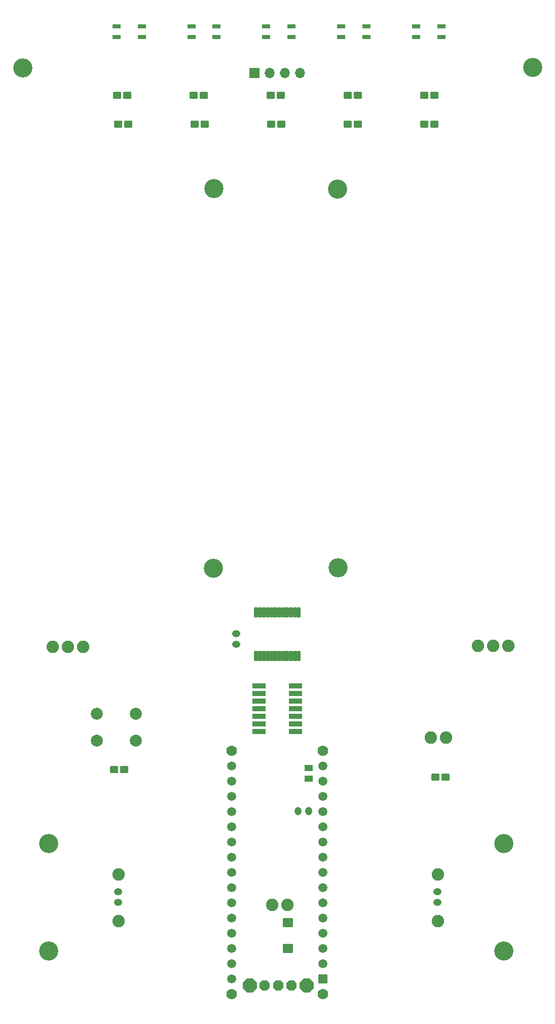
<source format=gbr>
%TF.GenerationSoftware,KiCad,Pcbnew,7.0.7*%
%TF.CreationDate,2024-02-03T16:57:13+08:00*%
%TF.ProjectId,lekirbot,6c656b69-7262-46f7-942e-6b696361645f,rev?*%
%TF.SameCoordinates,Original*%
%TF.FileFunction,Soldermask,Bot*%
%TF.FilePolarity,Negative*%
%FSLAX46Y46*%
G04 Gerber Fmt 4.6, Leading zero omitted, Abs format (unit mm)*
G04 Created by KiCad (PCBNEW 7.0.7) date 2024-02-03 16:57:13*
%MOMM*%
%LPD*%
G01*
G04 APERTURE LIST*
G04 Aperture macros list*
%AMRoundRect*
0 Rectangle with rounded corners*
0 $1 Rounding radius*
0 $2 $3 $4 $5 $6 $7 $8 $9 X,Y pos of 4 corners*
0 Add a 4 corners polygon primitive as box body*
4,1,4,$2,$3,$4,$5,$6,$7,$8,$9,$2,$3,0*
0 Add four circle primitives for the rounded corners*
1,1,$1+$1,$2,$3*
1,1,$1+$1,$4,$5*
1,1,$1+$1,$6,$7*
1,1,$1+$1,$8,$9*
0 Add four rect primitives between the rounded corners*
20,1,$1+$1,$2,$3,$4,$5,0*
20,1,$1+$1,$4,$5,$6,$7,0*
20,1,$1+$1,$6,$7,$8,$9,0*
20,1,$1+$1,$8,$9,$2,$3,0*%
%AMFreePoly0*
4,1,25,0.375350,0.844196,0.387473,0.833842,0.833842,0.387473,0.862349,0.331525,0.863600,0.315631,0.863600,-0.315631,0.844196,-0.375350,0.833842,-0.387473,0.387473,-0.833842,0.331525,-0.862349,0.315631,-0.863600,-0.315631,-0.863600,-0.375350,-0.844196,-0.387473,-0.833842,-0.833842,-0.387473,-0.862349,-0.331525,-0.863600,-0.315631,-0.863600,0.315631,-0.844196,0.375350,-0.833842,0.387473,
-0.387473,0.833842,-0.331525,0.862349,-0.315631,0.863600,0.315631,0.863600,0.375350,0.844196,0.375350,0.844196,$1*%
%AMFreePoly1*
4,1,25,0.501602,1.148996,0.513725,1.138642,1.138642,0.513725,1.167149,0.457777,1.168400,0.441883,1.168400,-0.441883,1.148996,-0.501602,1.138642,-0.513725,0.513725,-1.138642,0.457777,-1.167149,0.441883,-1.168400,-0.441883,-1.168400,-0.501602,-1.148996,-0.513725,-1.138642,-1.138642,-0.513725,-1.167149,-0.457777,-1.168400,-0.441883,-1.168400,0.441883,-1.148996,0.501602,-1.138642,0.513725,
-0.513725,1.138642,-0.457777,1.167149,-0.441883,1.168400,0.441883,1.168400,0.501602,1.148996,0.501602,1.148996,$1*%
G04 Aperture macros list end*
%ADD10R,1.700000X1.700000*%
%ADD11O,1.700000X1.700000*%
%ADD12C,3.200000*%
%ADD13C,2.082800*%
%ADD14C,2.000000*%
%ADD15C,1.778000*%
%ADD16RoundRect,0.101600X0.654000X-0.654000X0.654000X0.654000X-0.654000X0.654000X-0.654000X-0.654000X0*%
%ADD17C,1.511200*%
%ADD18FreePoly0,90.000000*%
%ADD19FreePoly1,90.000000*%
%ADD20RoundRect,0.460960X0.190640X0.089840X-0.190640X0.089840X-0.190640X-0.089840X0.190640X-0.089840X0*%
%ADD21RoundRect,0.101600X0.609600X0.266700X-0.609600X0.266700X-0.609600X-0.266700X0.609600X-0.266700X0*%
%ADD22RoundRect,0.101600X0.735000X-0.635000X0.735000X0.635000X-0.735000X0.635000X-0.735000X-0.635000X0*%
%ADD23RoundRect,0.101600X-0.735000X0.635000X-0.735000X-0.635000X0.735000X-0.635000X0.735000X0.635000X0*%
%ADD24RoundRect,0.101600X0.550000X0.500000X-0.550000X0.500000X-0.550000X-0.500000X0.550000X-0.500000X0*%
%ADD25RoundRect,0.101600X-0.600000X0.400000X-0.600000X-0.400000X0.600000X-0.400000X0.600000X0.400000X0*%
%ADD26RoundRect,0.460960X-0.190640X-0.089840X0.190640X-0.089840X0.190640X0.089840X-0.190640X0.089840X0*%
%ADD27RoundRect,0.101600X-0.200000X-0.750000X0.200000X-0.750000X0.200000X0.750000X-0.200000X0.750000X0*%
%ADD28RoundRect,0.101600X-0.550000X-0.500000X0.550000X-0.500000X0.550000X0.500000X-0.550000X0.500000X0*%
%ADD29RoundRect,0.460960X-0.089840X0.190640X-0.089840X-0.190640X0.089840X-0.190640X0.089840X0.190640X0*%
%ADD30RoundRect,0.101600X1.016000X-0.330200X1.016000X0.330200X-1.016000X0.330200X-1.016000X-0.330200X0*%
G04 APERTURE END LIST*
D10*
%TO.C,J3*%
X80620000Y-32080000D03*
D11*
X83160000Y-32080000D03*
X85700000Y-32080000D03*
X88240000Y-32080000D03*
%TD*%
D12*
%TO.C,H3*%
X46240700Y-178734600D03*
%TD*%
D13*
%TO.C,J1*%
X122987200Y-127736400D03*
X120447200Y-127736400D03*
X117907200Y-127736400D03*
%TD*%
%TO.C,M1A0*%
X57912000Y-165945700D03*
%TD*%
%TO.C,J2*%
X51968800Y-127914200D03*
X49428800Y-127914200D03*
X46888800Y-127914200D03*
%TD*%
D12*
%TO.C,H4*%
X46240700Y-160776800D03*
%TD*%
D14*
%TO.C,SW1*%
X54308000Y-139086000D03*
X60808000Y-139086000D03*
X54308000Y-143586000D03*
X60808000Y-143586000D03*
%TD*%
D12*
%TO.C,H5*%
X127051200Y-31165600D03*
%TD*%
D13*
%TO.C,LDR0*%
X110084000Y-143078000D03*
X112624000Y-143078000D03*
%TD*%
%TO.C,BATT0*%
X86081000Y-171018000D03*
X83541000Y-171018000D03*
%TD*%
D15*
%TO.C,ARDUINO_NANO1*%
X76810000Y-185928000D03*
X92050000Y-185928000D03*
X76810000Y-145288000D03*
X92050000Y-145288000D03*
D16*
X92050000Y-183388000D03*
D17*
X92050000Y-180848000D03*
X92050000Y-178308000D03*
X92050000Y-175768000D03*
X92050000Y-173228000D03*
X92050000Y-170688000D03*
X92050000Y-168148000D03*
X92050000Y-165608000D03*
X92050000Y-163068000D03*
X92050000Y-160528000D03*
X92050000Y-157988000D03*
X92050000Y-155448000D03*
X92050000Y-152908000D03*
X92050000Y-150368000D03*
X92050000Y-147828000D03*
X76810000Y-147828000D03*
X76810000Y-150368000D03*
X76810000Y-152908000D03*
X76810000Y-155448000D03*
X76810000Y-157988000D03*
X76810000Y-160528000D03*
X76810000Y-163068000D03*
X76810000Y-165608000D03*
X76810000Y-168148000D03*
X76810000Y-170688000D03*
X76810000Y-173228000D03*
X76810000Y-175768000D03*
X76810000Y-178308000D03*
X76810000Y-180848000D03*
X76810000Y-183388000D03*
%TD*%
D12*
%TO.C,H8*%
X73812800Y-51358600D03*
%TD*%
D18*
%TO.C,S2X0*%
X82334500Y-184480000D03*
X84557000Y-184480000D03*
X86779500Y-184480000D03*
D19*
X79807000Y-184492500D03*
X89307000Y-184467500D03*
%TD*%
D13*
%TO.C,M1B0*%
X57912000Y-173692700D03*
%TD*%
D12*
%TO.C,H10*%
X94564600Y-114706200D03*
%TD*%
%TO.C,H7*%
X94488400Y-51409400D03*
%TD*%
%TO.C,H9*%
X73787400Y-114782400D03*
%TD*%
D13*
%TO.C,M2A0*%
X111252000Y-165945700D03*
%TD*%
%TO.C,M2B0*%
X111252000Y-173692700D03*
%TD*%
D12*
%TO.C,H6*%
X41910400Y-31241800D03*
%TD*%
%TO.C,H1*%
X122262900Y-178734600D03*
%TD*%
%TO.C,H2*%
X122262900Y-160776800D03*
%TD*%
D20*
%TO.C,C3*%
X77572000Y-125679000D03*
X77572000Y-127457000D03*
%TD*%
D21*
%TO.C,U2*%
X61773200Y-26034800D03*
X57556800Y-26034800D03*
X57556800Y-24256800D03*
X61773200Y-24256800D03*
%TD*%
%TO.C,U6*%
X86804900Y-26034800D03*
X82588500Y-26034800D03*
X82588500Y-24256800D03*
X86804900Y-24256800D03*
%TD*%
%TO.C,U8*%
X111836600Y-26034800D03*
X107620200Y-26034800D03*
X107620200Y-24256800D03*
X111836600Y-24256800D03*
%TD*%
D22*
%TO.C,D7*%
X86208000Y-173956200D03*
D23*
X86208000Y-178256200D03*
%TD*%
D24*
%TO.C,R17*%
X58864000Y-148412000D03*
X57164000Y-148412000D03*
%TD*%
%TO.C,R12*%
X72171600Y-35762800D03*
X70471600Y-35762800D03*
%TD*%
D25*
%TO.C,C2*%
X89637000Y-148147000D03*
X89637000Y-149947000D03*
%TD*%
D26*
%TO.C,C6*%
X57835800Y-170543100D03*
X57835800Y-168765100D03*
%TD*%
D27*
%TO.C,U3*%
X80855000Y-122181000D03*
X81505000Y-122181000D03*
X82155000Y-122181000D03*
X82805000Y-122181000D03*
X83455000Y-122181000D03*
X84105000Y-122181000D03*
X84755000Y-122181000D03*
X85405000Y-122181000D03*
X86055000Y-122181000D03*
X86705000Y-122181000D03*
X87355000Y-122181000D03*
X88005000Y-122181000D03*
X88005000Y-129431000D03*
X87355000Y-129431000D03*
X86705000Y-129431000D03*
X86055000Y-129431000D03*
X85405000Y-129431000D03*
X84755000Y-129431000D03*
X84105000Y-129431000D03*
X83455000Y-129431000D03*
X82805000Y-129431000D03*
X82155000Y-129431000D03*
X81505000Y-129431000D03*
X80855000Y-129431000D03*
%TD*%
D24*
%TO.C,R16*%
X112546000Y-149682000D03*
X110846000Y-149682000D03*
%TD*%
D28*
%TO.C,R13*%
X70614700Y-40614200D03*
X72314700Y-40614200D03*
%TD*%
D29*
%TO.C,C1*%
X87909800Y-155371600D03*
X89687800Y-155371600D03*
%TD*%
D21*
%TO.C,U7*%
X99320800Y-26034800D03*
X95104400Y-26034800D03*
X95104400Y-24256800D03*
X99320800Y-24256800D03*
%TD*%
D28*
%TO.C,R11*%
X83409600Y-40614200D03*
X85109600Y-40614200D03*
%TD*%
D30*
%TO.C,IC3*%
X81356600Y-142062000D03*
X81356600Y-140792000D03*
X81356600Y-139522000D03*
X81356600Y-138252000D03*
X81356600Y-136982000D03*
X81356600Y-135712000D03*
X81356600Y-134442000D03*
X87503400Y-134442000D03*
X87503400Y-135712000D03*
X87503400Y-136982000D03*
X87503400Y-138252000D03*
X87503400Y-139522000D03*
X87503400Y-140792000D03*
X87503400Y-142062000D03*
%TD*%
D28*
%TO.C,R15*%
X57819800Y-40614200D03*
X59519800Y-40614200D03*
%TD*%
D24*
%TO.C,R10*%
X85008000Y-35762800D03*
X83308000Y-35762800D03*
%TD*%
D26*
%TO.C,C7*%
X111175800Y-170568500D03*
X111175800Y-168790500D03*
%TD*%
D21*
%TO.C,U5*%
X74289100Y-26034800D03*
X70072700Y-26034800D03*
X70072700Y-24256800D03*
X74289100Y-24256800D03*
%TD*%
D28*
%TO.C,R7*%
X108999400Y-40614200D03*
X110699400Y-40614200D03*
%TD*%
D24*
%TO.C,R14*%
X59335200Y-35762800D03*
X57635200Y-35762800D03*
%TD*%
D28*
%TO.C,R9*%
X96204500Y-40614200D03*
X97904500Y-40614200D03*
%TD*%
D24*
%TO.C,R8*%
X97844400Y-35762800D03*
X96144400Y-35762800D03*
%TD*%
%TO.C,R6*%
X110680800Y-35762800D03*
X108980800Y-35762800D03*
%TD*%
M02*

</source>
